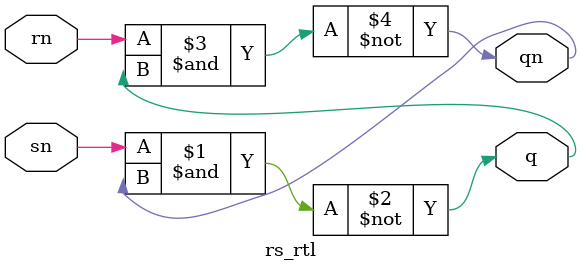
<source format=v>
`timescale 1ns / 1ns

module rs_rtl (sn,rn,q,qn); // Beginning of module rs_rtl
input sn,rn; // sn and rn are the two inputs.
// The button status (pushed or released) is passed to sn
// The reset status is passed to rn
output q,qn; // q and qn are the two outputs.
assign /*#10*/ q=~(sn&qn); // Assign statement for q. This is where the call status is stored
assign /*#10*/ qn=~(rn&q); // Assign statement for qn. This variable isn't used at all in the project.
// The delays are commented out as they aren't needed in Verilog.
endmodule // End of module rs_rtl

</source>
